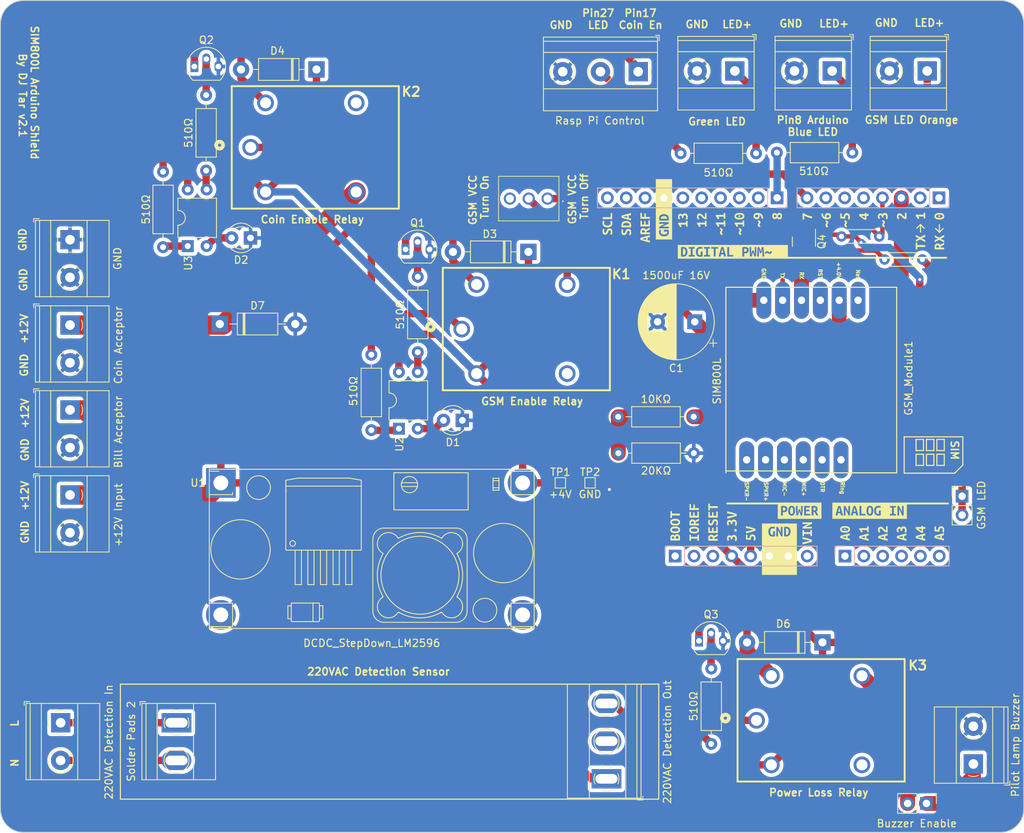
<source format=kicad_pcb>
(kicad_pcb (version 20221018) (generator pcbnew)
  (layers (0 "F.Cu" signal) (31 "B.Cu" signal) (34 "B.Paste" user) (35 "F.Paste" user) (36 "B.SilkS" user "B.Silkscreen") (37 "F.SilkS" user "F.Silkscreen") (38 "B.Mask" user) (39 "F.Mask" user) (44 "Edge.Cuts" user))
  (net 0 "")
  (net 1 "A0{slash}D14")
  (net 2 "A1{slash}D15")
  (net 3 "A2{slash}D16")
  (net 4 "A3{slash}D17")
  (net 5 "A4{slash}D18")
  (net 6 "A5{slash}D19")
  (net 7 "+5V")
  (net 8 "RESET")
  (net 9 "GND")
  (net 10 "BOOT")
  (net 11 "IOREF")
  (net 12 "+VSW")
  (net 13 "Net-(D1-A)")
  (net 14 "D9~")
  (net 15 "D10~")
  (net 16 "D11~")
  (net 17 "D12")
  (net 18 "D13")
  (net 19 "AREF")
  (net 20 "D18")
  (net 21 "D19")
  (net 22 "D0")
  (net 23 "D1")
  (net 24 "D2")
  (net 25 "D3~")
  (net 26 "D4")
  (net 27 "D5~")
  (net 28 "D6~")
  (net 29 "Net-(D2-A)")
  (net 30 "Net-(GSM_Module1-Vcc)")
  (net 31 "Net-(GSM_Module1-RXD)")
  (net 40 "+3.3V")
  (net 41 "Net-(J12-Pin_1)")
  (net 42 "GND1")
  (net 43 "Net-(D3-A)")
  (net 44 "Net-(D4-A)")
  (net 45 "GSM_TXD")
  (net 46 "Net-(D6-A)")
  (net 47 "Arduino_LED")
  (net 48 "GSM_Reset")
  (net 49 "Net-(J6-Pin_1)")
  (net 50 "+12V")
  (net 51 "Coin_Acceptor_VCC")
  (net 52 "Net-(J12-Pin_2)")
  (net 53 "Net-(J14-Pin_1)")
  (net 54 "Pilot_Lamp")
  (net 55 "Net-(J18-Pin_1)")
  (net 56 "Coin_Enable")
  (net 57 "+4V")
  (net 59 "GSM_VCC")
  (net 61 "Pilot_Lamp_Out")
  (net 62 "Net-(Q1-B)")
  (net 63 "Net-(Q2-B)")
  (net 64 "Net-(Q3-B)")
  (net 65 "Net-(R4-Pad1)")
  (net 66 "Net-(R5-Pad1)")
  (net 67 "Net-(R6-Pad2)")
  (net 68 "Net-(R7-Pad2)")
  (net 69 "Net-(J17-Pin_1)")
  (net 71 "Green_LED")
  (footprint "Package_TO_SOT_SMD:SOT-23" (layer "F.Cu") (at 183.7 65.1 -90)
    (fp_text reference "Q4")
    (fp_text value "BSS138" hide)
  )
  (footprint "Diode_THT:D_DO-41_SOD81_P10.16mm_Horizontal" (layer "F.Cu") (at 118.06 41.9 180)
    (fp_text reference "D4")
    (fp_text value "1N4007" hide)
  )
  (footprint "TerminalBlock_Phoenix:TerminalBlock_Phoenix_MKDS-1,5-2-5.08_1x02_P5.08mm_Horizontal" (layer "F.Cu") (at 84.869042 76.340427 -90)
    (fp_text reference "J9" hide)
    (fp_text value "Coin Acceptor")
  )
  (footprint "Diode_THT:D_DO-41_SOD81_P10.16mm_Horizontal" (layer "F.Cu") (at 186.2 119.1 180)
    (fp_text reference "D6")
    (fp_text value "1N4007" hide)
  )
  (footprint "Resistor_THT:R_Axial_DIN0207_L6.3mm_D2.5mm_P10.16mm_Horizontal" (layer "F.Cu") (at 103.2 45.36 -90)
    (fp_text reference "R7" hide)
    (fp_text value "510Ω")
  )
  (footprint "kibuzzard-636465A9" (layer "F.Cu") (at 174.000133 103.4452 90)
    (fp_text reference "kibuzzard-636465A9" hide)
    (fp_text value "G***" hide)
  )
  (footprint "Diode_THT:D_DO-41_SOD81_P10.16mm_Horizontal" (layer "F.Cu") (at 105.04 76.2)
    (fp_text reference "D7")
    (fp_text value "1N4007" hide)
  )
  (footprint "Package_TO_SOT_THT:TO-92_Inline" (layer "F.Cu") (at 101.96 41.5)
    (fp_text reference "Q2")
    (fp_text value "BC337" hide)
  )
  (footprint "kibuzzard-64EA153F" (layer "F.Cu") (at 184.141733 104.4064 90)
    (fp_text reference "kibuzzard-64EA153F" hide)
    (fp_text value "G***" hide)
  )
  (footprint "Resistor_THT:R_Axial_DIN0204_L3.6mm_D1.6mm_P5.08mm_Horizontal" (layer "F.Cu") (at 193.84 64.4 180)
    (fp_text reference "R3" hide)
    (fp_text value "10k, +-5%" hide)
  )
  (footprint "kibuzzard-6364669B" (layer "F.Cu") (at 194.320133 104.4358 90)
    (fp_text reference "kibuzzard-6364669B" hide)
    (fp_text value "G***" hide)
  )
  (footprint "2MS1T1B3M2QES:2MS1T1B3M2QES" (layer "F.Cu") (at 149.18 59.3 90)
    (fp_text reference "S1" hide)
    (fp_text value "+4V Enable" hide)
  )
  (footprint "kibuzzard-63659489" (layer "F.Cu") (at 199.400133 65.1594 90)
    (fp_text reference "kibuzzard-63659489" hide)
    (fp_text value "G***" hide)
  )
  (footprint "kibuzzard-63646507" (layer "F.Cu") (at 196.860133 61.6542 90)
    (fp_text reference "kibuzzard-63646507" hide)
    (fp_text value "G***" hide)
  )
  (footprint "Resistor_THT:R_Axial_DIN0207_L6.3mm_D2.5mm_P10.16mm_Horizontal" (layer "F.Cu") (at 158.711733 93.6)
    (fp_text reference "R2" hide)
    (fp_text value "20KΩ")
  )
  (footprint "TerminalBlock_Phoenix:TerminalBlock_Phoenix_MKDS-1,5-2-5.08_1x02_P5.08mm_Horizontal" (layer "F.Cu") (at 187.5 42.1 180)
    (fp_text reference "J6" hide)
    (fp_text value "Pin8 Arduino LED Blue" hide)
  )
  (footprint "kibuzzard-6364668F" (layer "F.Cu") (at 199.400133 104.4104 90)
    (fp_text reference "kibuzzard-6364668F" hide)
    (fp_text value "G***" hide)
  )
  (footprint "kibuzzard-636464C1" (layer "F.Cu") (at 184.160133 61.705 90)
    (fp_text reference "kibuzzard-636464C1" hide)
    (fp_text value "G***" hide)
  )
  (footprint "Capacitor_THT:CP_Radial_D10.0mm_P5.00mm" (layer "F.Cu") (at 169 75.9 180)
    (fp_text reference "C1")
    (fp_text value "1500uF 16V")
  )
  (footprint "Resistor_THT:R_Axial_DIN0204_L3.6mm_D1.6mm_P5.08mm_Horizontal" (layer "F.Cu") (at 194.56 67.5)
    (fp_text reference "R8" hide)
    (fp_text value "10k, +-5%" hide)
  )
  (footprint "Resistor_THT:R_Axial_DIN0207_L6.3mm_D2.5mm_P10.16mm_Horizontal" (layer "F.Cu") (at 97.4 65.84 90)
    (fp_text reference "R5" hide)
    (fp_text value "510Ω")
  )
  (footprint "G5LE-1-DC5:G5LE-1" (layer "F.Cu") (at 174.7625 135.6)
    (fp_text reference "K3")
    (fp_text value "G5LE-1-DC5" hide)
  )
  (footprint "kibuzzard-64EA16B9" (layer "F.Cu") (at 180.400933 106.54)
    (fp_text reference "kibuzzard-64EA16B9" hide)
    (fp_text value "G***" hide)
  )
  (footprint "Connector_PinHeader_2.54mm:PinHeader_1x02_P2.54mm_Vertical" (layer "F.Cu") (at 205 99.4)
    (fp_text reference "J18" hide)
    (fp_text value "GSM LED")
  )
  (footprint "Package_DIP:DIP-4_W7.62mm" (layer "F.Cu") (at 100.725 65.7 90)
    (fp_text reference "U3")
    (fp_text value "EL817" hide)
  )
  (footprint "Package_DIP:DIP-4_W7.62mm" (layer "F.Cu") (at 129.16 90.3 90)
    (fp_text reference "U2")
    (fp_text value "EL817" hide)
  )
  (footprint "kibuzzard-64EA15CB" (layer "F.Cu") (at 186.700133 62.217 90)
    (fp_text reference "kibuzzard-64EA15CB" hide)
    (fp_text value "G***" hide)
  )
  (footprint "Resistor_THT:R_Axial_DIN0207_L6.3mm_D2.5mm_P10.16mm_Horizontal" (layer "F.Cu") (at 168.851733 88.7 180)
    (fp_text reference "R1" hide)
    (fp_text value "10KΩ")
  )
  (footprint "kibuzzard-63656678" (layer "F.Cu") (at 174.130933 66.4704)
    (fp_text reference "kibuzzard-63656678" hide)
    (fp_text value "G***" hide)
  )
  (footprint "kibuzzard-63646688" (layer "F.Cu") (at 201.940133 104.4104 90)
    (fp_text reference "kibuzzard-63646688" hide)
    (fp_text value "G***" hide)
  )
  (footprint "TerminalBlock_Phoenix:TerminalBlock_Phoenix_MKDS-1,5-3-5.08_1x03_P5.08mm_Horizontal" (layer "F.Cu") (at 161.38 42.2 180)
    (fp_text reference "J20" hide)
    (fp_text value "Rasp Pi Control")
  )
  (footprint "kibuzzard-636463E3" (layer "F.Cu") (at 180.096133 61.6542 90)
    (fp_text reference "kibuzzard-636463E3" hide)
    (fp_text value "G***" hide)
  )
  (footprint "TerminalBlock_Phoenix:TerminalBlock_Phoenix_MKDS-1,5-2-5.08_1x02_P5.08mm_Horizontal" (layer "F.Cu") (at 99.205 129.925 -90)
    (fp_text reference "J12" hide)
    (fp_text value "Solder Pads 2")
  )
  (footprint "kibuzzard-64EA1739" (layer "F.Cu") (at 164.851733 60.7438 90)
    (fp_text reference "kibuzzard-64EA1739" hide)
    (fp_text value "G***" hide)
  )
  (footprint "kibuzzard-64EA162C" (layer "F.Cu") (at 167.396133 62.217 90)
    (fp_text reference "kibuzzard-64EA162C" hide)
    (fp_text value "G***" hide)
  )
  (footprint "TerminalBlock_Phoenix:TerminalBlock_Phoenix_MKDS-1,5-2-5.08_1x02_P5.08mm_Horizontal" (layer "F.Cu") (at 84.869042 99.240427 -90)
    (fp_text reference "J7" hide)
    (fp_text value "+12V Input")
  )
  (footprint "kibuzzard-63659483" (layer "F.Cu") (at 201.940133 65.1848 90)
    (fp_text reference "kibuzzard-63659483" hide)
    (fp_text value "G***" hide)
  )
  (footprint "Connector_PinHeader_2.54mm:PinHeader_1x02_P2.54mm_Vertical" (layer "F.Cu") (at 200.2 140.8 -90)
    (fp_text reference "J19" hide)
    (fp_text value "Buzzer Enable")
  )
  (footprint "kibuzzard-64EA1B1D" (layer "F.Cu") (at 177.556133 62.1916 90)
    (fp_text reference "kibuzzard-64EA1B1D" hide)
    (fp_text value "G***" hide)
  )
  (footprint "kibuzzard-64EA1AE1" (layer "F.Cu") (at 166.361733 103.3904 90)
    (fp_text reference "kibuzzard-64EA1AE1" hide)
    (fp_text value "G***" hide)
  )
  (footprint "kibuzzard-6364607A" (layer "F.Cu") (at 159.776133 62.7464 90)
    (fp_text reference "kibuzzard-6364607A" hide)
    (fp_text value "G***" hide)
  )
  (footprint "kibuzzard-6364651D" (layer "F.Cu") (at 201.940133 61.6796 90)
    (fp_text reference "kibuzzard-6364651D" hide)
    (fp_text value "G***" hide)
  )
  (footprint "kibuzzard-63646605" (layer "F.Cu") (at 176.540133 104.4104 90)
    (fp_text reference "kibuzzard-63646605" hide)
    (fp_text value "G***" hide)
  )
  (footprint "TerminalBlock_Phoenix:TerminalBlock_Phoenix_MKDS-1,5-2-5.08_1x02_P5.08mm_Horizontal" (layer "F.Cu") (at 83.605 129.925 -90)
    (fp_text reference "J16" hide)
    (fp_text value "220VAC Detection In")
  )
  (footprint "G5LE-1-DC5:G5LE-1" (layer "F.Cu") (at 135.07 82.88)
    (fp_text reference "K1")
    (fp_text value "G5LE-1-DC5" hide)
  )
  (footprint "kibuzzard-636463C7" (layer "F.Cu") (at 175.014933 62.721 90)
    (fp_text reference "kibuzzard-636463C7" hide)
    (fp_text value "G***" hide)
  )
  (footprint "kibuzzard-6364657A" (layer "F.Cu") (at 168.920133 102.9372 90)
    (fp_text reference "kibuzzard-6364657A" hide)
    (fp_text value "G***" hide)
  )
  (footprint "kibuzzard-64EA1511" (layer "F.Cu") (at 189.240133 104.4104 90)
    (fp_text reference "kibuzzard-64EA1511" hide)
    (fp_text value "G***" hide)
  )
  (footprint "Resistor_THT:R_Axial_DIN0207_L6.3mm_D2.5mm_P10.16mm_Horizontal" (layer "F.Cu") (at 171.22 122.62 -90)
    (fp_text reference "R9" hide)
    (fp_text value "510Ω")
  )
  (footprint "TerminalBlock_Phoenix:TerminalBlock_Phoenix_MKDS-1,5-2-5.08_1x02_P5.08mm_Horizontal" (layer "F.Cu") (at 200.3 42.1 180)
    (fp_text reference "J3" hide)
    (fp_text value "GSM LED Orange")
  )
  (footprint "TerminalBlock_Phoenix:TerminalBlock_Phoenix_MKDS-1,5-2-5.08_1x02_P5.08mm_Horizontal" (layer "F.Cu") (at 174.4 42.105 180)
    (fp_text reference "J14" hide)
    (fp_text value "Pin17 Rasp Pi LED Green" hide)
  )
  (footprint "Resistor_THT:R_Axial_DIN0207_L6.3mm_D2.5mm_P10.16mm_Horizontal" (layer "F.Cu") (at 125.445 90.5 90)
    (fp_text reference "R4" hide)
    (fp_text value "510Ω")
  )
  (footprint "kibuzzard-63646593" (layer "F.Cu") (at 171.460133 102.9022 90)
    (fp_text reference "kibuzzard-63646593" hide)
    (fp_text value "G***" hide)
  )
  (footprint "kibuzzard-63646671" (layer "F.Cu") (at 191.780133 104.4358 90)
    (fp_text reference "kibuzzard-63646671" hide)
    (fp_text value "G***" hide)
  )
  (footprint "kibuzzard-63646512" (layer "F.Cu") (at 199.400133 61.6288 90)
    (fp_text reference "kibuzzard-63646512" hide)
    (fp_text value "G***" hide)
  )
  (footprint "TestPoint:TestPoint_Pad_1.0x1.0mm" (layer "F.Cu") (at 154.9 97.6)
    (fp_text reference "TP2")
    (fp_text value "GND")
  )
  (footprint "Package_TO_SOT_THT:TO-92_Inline" (layer "F.Cu") (at 130.405 66.14)
    (fp_text reference "Q1")
    (fp_text value "BC337" hide)
  )
  (footprint "LED_THT:LED_D3.0mm" (layer "F.Cu") (at 109.175 64.6 180)
    (fp_text reference "D2")
    (fp_text value "LED" hide)
  )
  (footprint "kibuzzard-64EA1767" (layer "F.Cu") (at 194.320133 62.1916 90)
    (fp_text reference "kibuzzard-64EA1767" hide)
    (fp_text value "G***" hide)
  )
  (footprint "TerminalBlock_Phoenix:TerminalBlock_Phoenix_MKDS-1,5-2-5.08_1x02_P5.08mm_Horizontal" (layer "F.Cu") (at 84.869042 87.775427 -90)
    (fp_text reference "J8" hide)
    (fp_text value "Bill Acceptor")
  )
  (footprint "Resistor_THT:R_Axial_DIN0207_L6.3mm_D2.5mm_P10.16mm_Horizontal" (layer "F.Cu") (at 177.26 53.2 180)
    (fp_text reference "R12" hide)
    (fp_text value "510Ω")
  )
  (footprint "TerminalBlock_Phoenix:TerminalBlock_Phoenix_MKDS-1,5-2-5.08_1x02_P5.08mm_Horizontal" (layer "F.Cu") (at 206.52 135.48 90)
    (fp_text reference "J15" hide)
    (fp_text value "Pilot Lamp Buzzer")
  )
  (footprint "SIM800L_module:SIM800L" (layer "F.Cu") (at 184.691733 83.75 -90)
    (fp_text reference "GSM_Module1")
    (fp_text value "SIM800L")
  )
  (footprint "kibuzzard-636463B1" (layer "F.Cu") (at 172.476133 62.721 90)
    (fp_text reference "kibuzzard-636463B1" hide)
    (fp_text value "G***" hide)
  )
  (footprint "Diode_THT:D_DO-41_SOD81_P10.16mm_Horizontal" (layer "F.Cu") (at 146.6 66.48 180)
    (fp_text reference "D3")
    (fp_text value "1N4007" hide)
  )
  (footprint "kibuzzard-636466AF" (layer "F.Cu") (at 192.545933 101.358)
    (fp_text reference "kibuzzard-636466AF" hide)
    (fp_text value "G***" hide)
  )
  (footprint "kibuzzard-63646358" (layer "F.Cu") (at 183.122533 101.358)
    (fp_text reference "kibuzzard-63646358" hide)
    (fp_text value "G***" hide)
  )
  (footprint "LM2596_Module:YAAJ_DCDC_StepDown_LM2596" (layer "F.Cu") (at 105.18 97.61)
    (fp_text reference "U1")
    (fp_text value "DCDC_StepDown_LM2596")
  )
  (footprint "LED_THT:LED_D3.0mm" (layer "F.Cu") (at 137.7 89.18 180)
    (fp_text reference "D1")
    (fp_text value "LED" hide)
  )
  (footprint "kibuzzard-64EA1B42" (layer "F.Cu") (at 162.311733 63.233 90)
    (fp_text reference "kibuzzard-64EA1B42" hide)
    (fp_text value "G***" hide)
  )
  (footprint "kibuzzard-636462BB" (layer "F.Cu") (at 169.936133 62.1876 90)
    (fp_text reference "kibuzzard-636462BB" hide)
    (fp_text value "G***" hide)
  )
  (footprint "Resistor_THT:R_Axial_DIN0207_L6.3mm_D2.5mm_P10.16mm_Horizontal" (layer "F.Cu") (at 131.7 69.84 -90)
    (fp_text reference "R6" hide)
    (fp_text value "510Ω")
  )
  (footprint "TestPoint:TestPoint_Pad_1.0x1.0mm" (layer "F.Cu") (at 150.9 97.6)
    (fp_text reference "TP1")
    (fp_text value "+4V")
  )
  (footprint "Resistor_THT:R_Axial_DIN0207_L6.3mm_D2.5mm_P10.16mm_Horizontal" (layer "F.Cu") (at 190.215 53.105 180)
    (fp_text reference "R11" hide)
    (fp_text value "510Ω")
  )
  (footprint "kibuzzard-64EA177C" (layer "F.Cu") (at 189.240133 62.217 90)
    (fp_text reference "kibuzzard-64EA177C" hide)
    (fp_text value "G***" hide)
  )
  (footprint "kibuzzard-63646694" (layer "F.Cu") (at 196.860133 104.4358 90)
    (fp_text reference "kibuzzard-63646694" hide)
    (fp_text value "G***" hide)
  )
  (footprint "TerminalBlock_Phoenix:TerminalBlock_Phoenix_MKDS-1,5-2-5.08_1x02_P5.08mm_Horizontal" (layer "F.Cu") (at 84.869042 64.840427 -90)
    (fp_text reference "J13" hide)
    (fp_text value "GND")
  )
  (footprint "kibuzzard-63646068" (layer "F.Cu") (at 157.236133 62.721 90)
    (fp_text reference "kibuzzard-63646068" hide)
    (fp_text value "G***" hide)
  )
  (footprint "kibuzzard-636464E7" (layer "F.Cu") (at 191.780133 61.705 90)
    (fp_text reference "kibuzzard-636464E7" hide)
    (fp_text value "G***" hide)
  )
  (footprint "Package_TO_SOT_THT:TO-92_Inline" (layer "F.Cu") (at 169.92 118.9)
    (fp_text reference "Q3")
    (fp_text value "BC337" hide)
  )
  (footprint "TerminalBlock_Phoenix:TerminalBlock_Phoenix_MKDS-1,5-3-5.08_1x03_P5.08mm_Horizontal" (layer "F.Cu") (at 157.105 137.485 90)
    (fp_text reference "J17" hide)
    (fp_text value "220VAC Detection Out")
  )
  (footprint "G5LE-1-DC5:G5LE-1" (layer "F.Cu") (at 106.65 58.4)
    (fp_text reference "K2")
    (fp_text value "G5LE-1-DC5" hide)
  )
  (footprint "Connector_PinHeader_2.54mm:PinHeader_1x08_P2.54mm_Vertical" (layer "B.Cu") (at 166.361733 107.465 -90)
    (fp_text reference "J1")
    (fp_text value "POWER1")
  )
  (footprint "Connector_PinHeader_2.54mm:PinHeader_1x10_P2.54mm_Vertical" (layer "B.Cu") (at 180.091733 59.2 90)
    (fp_text reference "J4")
    (fp_text value "DIGITAL2")
  )
  (footprint "Connector_PinHeader_2.54mm:PinHeader_1x06_P2.54mm_Vertical" (layer "B.Cu") (at 189.226733 107.465 -90)
    (fp_text reference "J2")
    (fp_text value "ANALOG")
  )
  (footprint "Connector_PinHeader_2.54mm:PinHeader_1x08_P2.54mm_Vertical" (layer "B.Cu") (at 201.891733 59.2 90)
    (fp_text reference "J5")
    (fp_text value "DIGITAL1")
  )
  (gr_line (start 181.496933 100.3866) (end 173.362933 100.3866) (stroke (width 0.25)) (layer "F.SilkS"))
  (gr_line (start 201.940133 63.8386) (end 202.448133 63.3306) (stroke (width 0.15)) (layer "F.SilkS"))
  (gr_line (start 201.2 93.75) (end 200.2 93.75) (stroke (width 0.15)) (layer "F.SilkS"))
  (gr_line (start 199.400133 62.7972) (end 198.892133 63.3052) (stroke (width 0.15)) (layer "F.SilkS"))
  (gr_line (start 205.1 91.4) (end 205.1 95.2) (stroke (width 0.15)) (layer "F.SilkS"))
  (gr_line (start 181.162933 67.2716) (end 202.862933 67.2716) (stroke (width 0.25)) (layer "F.SilkS"))
  (gr_line (start 201.2 91.75) (end 200.2 91.75) (stroke (width 0.15)) (layer "F.SilkS"))
  (gr_line (start 202.6 93.25) (end 202.6 91.75) (stroke (width 0.15)) (layer "F.SilkS"))
  (gr_line (start 201.2 95.25) (end 201.2 93.75) (stroke (width 0.15)) (layer "F.SilkS"))
  (gr_line (start 201.940133 63.8386) (end 201.432133 63.3306) (stroke (width 0.15)) (layer "F.SilkS"))
  (gr_line (start 200.2 93.75) (end 200.2 95.25) (stroke (width 0.15)) (layer "F.SilkS"))
  (gr_line (start 199.400133 63.8132) (end 199.400133 62.7972) (stroke (width 0.15)) (layer "F.SilkS"))
  (gr_line (start 197.2 96.3) (end 197.2 91.4) (stroke (width 0.15)) (layer "F.SilkS"))
  (gr_line (start 200.2 91.75) (end 200.2 93.25) (stroke (width 0.15)) (layer "F.SilkS"))
  (gr_line (start 196.422933 100.3866) (end 203.102933 100.3866) (stroke (width 0.25)) (layer "F.SilkS"))
  (gr_line (start 202.6 93.75) (end 201.6 93.75) (stroke (width 0.15)) (layer "F.SilkS"))
  (gr_line (start 201.6 93.75) (end 201.6 95.25) (stroke (width 0.15)) (layer "F.SilkS"))
  (gr_line (start 200.2 93.25) (end 201.2 93.25) (stroke (width 0.15)) (layer "F.SilkS"))
  (gr_line (start 197.2 91.4) (end 205.1 91.4) (stroke (width 0.15)) (layer "F.SilkS"))
  (gr_line (start 202.6 95.25) (end 202.6 93.75) (stroke (width 0.15)) (layer "F.SilkS"))
  (gr_line (start 204 96.3) (end 197.2 96.3) (stroke (width 0.15)) (layer "F.SilkS"))
  (gr_line (start 199.8 93.75) (end 198.8 93.75) (stroke (width 0.15)) (layer "F.SilkS"))
  (gr_line (start 201.6 93.25) (end 202.6 93.25) (stroke (width 0.15)) (layer "F.SilkS"))
  (gr_line (start 199.8 93.25) (end 199.8 91.75) (stroke (width 0.15)) (layer "F.SilkS"))
  (gr_line (start 205.1 95.2) (end 204 96.3) (stroke (width 0.15)) (layer "F.SilkS"))
  (gr_line (start 199.8 95.25) (end 199.8 93.75) (stroke (width 0.15)) (layer "F.SilkS"))
  (gr_line (start 201.6 95.25) (end 202.6 95.25) (stroke (width 0.15)) (layer "F.SilkS"))
  (gr_line (start 198.8 95.25) (end 199.8 95.25) (stroke (width 0.15)) (layer "F.SilkS"))
  (gr_line (start 202.6 91.75) (end 201.6 91.75) (stroke (width 0.15)) (layer "F.SilkS"))
  (gr_line (start 198.8 93.75) (end 198.8 95.25) (stroke (width 0.15)) (layer "F.SilkS"))
  (gr_line (start 201.2 93.25) (end 201.2 91.75) (stroke (width 0.15)) (layer "F.SilkS"))
  (gr_line (start 201.6 91.75) (end 201.6 93.25) (stroke (width 0.15)) (layer "F.SilkS"))
  (gr_rect (start 91.655 124.725) (end 164.155 140.225) (stroke (width 0.15)) (fill none) (layer "F.SilkS"))
  (gr_line (start 198.8 93.25) (end 199.8 93.25) (stroke (width 0.15)) (layer "F.SilkS"))
  (gr_line (start 199.8 91.75) (end 198.8 91.75) (stroke (width 0.15)) (layer "F.SilkS"))
  (gr_line (start 201.940133 62.8226) (end 201.940133 63.8386) (stroke (width 0.15)) (layer "F.SilkS"))
  (gr_line (start 200.2 95.25) (end 201.2 95.25) (stroke (width 0.15)) (layer "F.SilkS"))
  (gr_line (start 198.8 91.75) (end 198.8 93.25) (stroke (width 0.15)) (layer "F.SilkS"))
  (gr_line (start 199.400133 62.7972) (end 199.908133 63.3052) (stroke (width 0.15)) (layer "F.SilkS"))
  (gr_arc (start 213.3 141.607969) (mid 212.394365 143.794365) (end 210.207969 144.7) (stroke (width 0.12)) (layer "Edge.Cuts"))
  (gr_arc (start 78.592031 144.7) (mid 76.405635 143.794365) (end 75.5 141.607969) (stroke (width 0.12)) (layer "Edge.Cuts"))
  (gr_arc (start 75.5 35.7) (mid 76.403984 33.50962) (end 78.592031 32.6) (stroke (width 0.12)) (layer "Edge.Cuts"))
  (gr_line (start 75.5 141.607969) (end 75.5 35.7) (stroke (width 0.12)) (layer "Edge.Cuts"))
  (gr_line (start 213.3 35.7) (end 213.3 141.607969) (stroke (width 0.12)) (layer "Edge.Cuts"))
  (gr_line (start 210.207969 144.7) (end 78.592031 144.7) (stroke (width 0.12)) (layer "Edge.Cuts"))
  (gr_line (start 78.592031 32.6) (end 210.207969 32.6) (stroke (width 0.12)) (layer "Edge.Cuts"))
  (gr_arc (start 210.207969 32.6) (mid 212.396016 33.509619) (end 213.3 35.7) (stroke (width 0.12)) (layer "Edge.Cuts"))
  (gr_text "GND" (at 181.955 36.305) (layer "F.SilkS") (effects (font (size 1 1) (thickness 0.2) bold) (justify bottom)))
  (gr_text "DTR" (at 185.891733 97.4 270) (layer "F.SilkS") (effects (font (size 0.5 0.5) (thickness 0.125)) (justify left bottom)))
  (gr_text "GND" (at 169.3 36.4) (layer "F.SilkS") (effects (font (size 1 1) (thickness 0.2) bold) (justify bottom)))
  (gr_text "GND" (at 79.377309 93.140427 90) (layer "F.SilkS") (effects (font (size 1 1) (thickness 0.2) bold) (justify bottom)))
  (gr_text "RST" (at 185.591733 68.7 270) (layer "F.SilkS") (effects (font (size 0.5 0.5) (thickness 0.125)) (justify left bottom)))
  (gr_text "N" (at 78.005 135.325 90) (layer "F.SilkS") (effects (font (size 1 1) (thickness 0.2) bold) (justify bottom)))
  (gr_text "RX" (at 183.091733 69.1 270) (layer "F.SilkS") (effects (font (size 0.5 0.5) (thickness 0.125)) (justify left bottom)))
  (gr_text "+12V" (at 79.377309 88.240427 90) (layer "F.SilkS") (effects (font (size 1 1) (thickness 0.2) bold) (justify bottom)))
  (gr_text "Power Loss Relay" (at 185.695 139.915) (layer "F.SilkS") (effects (font (size 1 1) (thickness 0.2) bold) (justify bottom)))
  (gr_text "GSM Enable Relay" (at 147.1 87.2) (layer "F.SilkS") (effects (font (size 1 1) (thickness 0.2) bold) (justify bottom)))
  (gr_text "SIM800L Arduino Shield \nBy DJ Tar v2.1" (at 77.9 45.4 -90) (layer "F.SilkS") (effects (font (size 1 1) (thickness 0.2) bold) (justify bottom)))
  (gr_text "Coin Enable Relay" (at 117.5 62.7) (layer "F.SilkS") (effects (font (size 1 1) (thickness 0.2) bold) (justify bottom)))
  (gr_text "GND" (at 79.377309 104.240427 90) (layer "F.SilkS") (effects (font (size 1 1) (thickness 0.2) bold) (justify bottom)))
  (gr_text "GND" (at 151 36.5) (layer "F.SilkS") (effects (font (size 1 1) (thickness 0.2) bold) (justify bottom)))
  (gr_text "GSM VCC \nTurn Off" (at 154.7 59 90) (layer "F.SilkS") (effects (font (size 1 1) (thickness 0.2) bold) (justify bottom)))
  (gr_text "+12V" (at 79.377309 99.340427 90) (layer "F.SilkS") (effects (font (size 1 1) (thickness 0.2) bold) (justify bottom)))
  (gr_text "GND" (at 79.177309 70.240427 90) (layer "F.SilkS") (effects (font (size 1 1) (thickness 0.2) bold) (justify bottom)))
  (gr_text "GND" (at 79.277309 81.740427 90) (layer "F.SilkS") (effects (font (size 1 1) (thickness 0.2) bold) (justify bottom)))
  (gr_text "+12V" (at 79.277309 76.840427 90) (layer "F.SilkS") (effects (font (size 1 1) (thickness 0.2) bold) (justify bottom)))
  (gr_text "Pin8 Arduino\nBlue LED" (at 184.9 50.905) (layer "F.SilkS") (effects (font (size 1 1) (thickness 0.2) bold) (justify bottom)))
  (gr_text "Pin27\nLED" (at 156 36.5) (layer "F.SilkS") (effects (font (size 1 1) (thickness 0.2) bold) (justify bottom)))
  (gr_text "LED+" (at 174.7 36.4) (layer "F.SilkS") (effects (font (size 1 1) (thickness 0.2) bold) (justify bottom)))
  (gr_text "SPKR+" (at 178.291733 97.4 270) (layer "F.SilkS") (effects (font (size 0.5 0.5) (thickness 0.125)) (justify left bottom)))
  (gr_text "LED+" (at 187.755 36.305) (layer "F.SilkS") (effects (font (size 1 1) (thickness 0.2) bold) (justify bottom)))
  (gr_text "+4.0V" (at 188.091733 67.8 270) (layer "F.SilkS") (effects (font (size 0.5 0.5) (thickness 0.125)) (justify left bottom)))
  (gr_text "L" (at 78.005 130.025 90) (layer "F.SilkS") (effects (font (size 1 1) (thickness 0.2) bold) (justify bottom)))
  (gr_text "SPKR-" (at 175.691733 97.4 270) (layer "F.SilkS") (effects (font (size 0.5 0.5) (thickness 0.125)) (justify left bottom)))
  (gr_text "GND" (at 79.077309 64.840427 90) (layer "F.SilkS") (effects (font (size 1 1) (thickness 0.2) bold) (justify bottom)))
  (gr_text "MIC+" (at 183.391733 97.4 270) (layer "F.SilkS") (effects (font (size 0.5 0.5) (thickness 0.125)) (justify left bottom)))
  (gr_text "Ring" (at 188.591733 97.4 270) (layer "F.SilkS") (effects (font (size 0.5 0.5) (thickness 0.125)) (justify left bottom)))
  (gr_text "Pin17\nCoin En" (at 161.7 36.5) (layer "F.SilkS") (effects (font (size 1 1) (thickness 0.2) bold) (justify bottom)))
  (gr_text "SIM" (at 203.4 93.2 -90) (layer "F.SilkS") (effects (font (size 1 1) (thickness 0.2) bold) (justify bottom)))
  (gr_text "Green LED" (at 172 49.5) (layer "F.SilkS") (effects (font (size 1 1) (thickness 0.2) bold) (justify bottom)))
  (gr_text "TX" (at 180.491733 69.2 270) (layer "F.SilkS") (effects (font (size 0.5 0.5) (thickness 0.125)) (justify left bottom)))
  (gr_text "GND" (at 177.991733 68.6 -90) (layer "F.SilkS") (effects (font (size 0.5 0.5) (thickness 0.125)) (justify left bottom)))
  (gr_text "MIC-" (at 180.791733 97.4 270) (layer "F.SilkS") (effects (font (size 0.5 0.5) (thickness 0.125)) (justify left bottom)))
  (gr_text "GSM VCC \nTurn On" (at 141.3 59.1 90) (layer "F.SilkS") (effects (font (size 1 1) (thickness 0.2) bold) (justify bottom)))
  (gr_text "LED+" (at 200.6 36.2) (layer "F.SilkS") (effects (font (size 1 1) (thickness 0.2) bold) (justify bottom)))
  (gr_text "GND" (at 194.8 36.2) (layer "F.SilkS") (effects (font (size 1 1) (thickness 0.2) bold) (justify bottom)))
  (gr_text "Net" (at 190.691733 68.8 -90) (layer "F.SilkS") (effects (font (size 0.5 0.5) (thickness 0.125)) (justify left bottom)))
  (gr_text "220VAC Detection Sensor" (at 126.405 123.625) (layer "F.SilkS") (effects (font (size 1 1) (thickness 0.2) bold) (justify bottom)))
  (segment (start 173.9 90.6) (end 193.4 90.6) (width 1) (layer "F.Cu") (net 7))
  (segment (start 176.521733 107.465) (end 176.521733 102.721733) (width 1) (layer "F.Cu") (net 7))
  (segment (start 193.4 90.6) (end 199.3 84.7) (width 1) (layer "F.Cu") (net 7))
  (segment (start 199.3 84.7) (end 199.3 70.2) (width 1) (layer "F.Cu") (net 7))
  (segment (start 191.4 65.2) (end 190.6 64.4) (width 0.6) (layer "F.Cu") (net 7))
  (segment (start 172.3 92.2) (end 173.9 90.6) (width 1) (layer "F.Cu") (net 7))
  (segment (start 190.6 64.4) (end 188.76 64.4) (width 0.6) (layer "F.Cu") (net 7))
  (segment (start 199.3 70.2) (end 199.3 70.3) (width 1) (layer "F.Cu") (net 7))
  (segment (start 184.65 64.1625) (end 188.5225 64.1625) (width 0.6) (layer "F.Cu") (net 7))
  (segment (start 176.521733 102.721733) (end 172.3 98.5) (width 1) (layer "F.Cu") (net 7))
  (segment (start 172.3 98.5) (end 172.3 92.2) (width 1) (layer "F.Cu") (net 7))
  (segment (start 188.5225 64.1625) (end 188.76 64.4) (width 0.6) (layer "F.Cu") (net 7))
  (via (at 191.4 65.2) (size 0.8) (drill 0.4) (layers "F.Cu" "B.Cu") (net 7))
  (via (at 199.3 70.2) (size 0.8) (drill 0.4) (layers "F.Cu" "B.Cu") (net 7))
  (segment (start 192.1 65.9) (end 195.2 65.9) (width 1) (layer "B.Cu") (net 7))
  (segment (start 195.2 65.9) (end 199.3 70) (width 1) (layer "B.Cu") (net 7))
  (segment (start 199.3 70) (end 199.3 70.2) (width 1) (layer "B.Cu") (net 7))
  (segment (start 191.4 65.2) (end 192.1 65.9) (width 1) (layer "B.Cu") (net 7))
  (segment (start 156.6 97.6) (end 157.5 98.5) (width 1) (layer "F.Cu") (net 9))
  (segment (start 154.9 97.6) (end 156.6 97.6) (width 1) (layer "F.Cu") (net 9))
  (via (at 157.5 98.5) (size 0.8) (drill 0.4) (layers "F.Cu" "B.Cu") (net 9))
  (segment (start 131.7 90.3) (end 134.04 90.3) (width 1) (layer "F.Cu") (net 13))
  (segment (start 134.04 90.3) (end 135.16 89.18) (width 1) (layer "F.Cu") (net 13))
  (segment (start 191.991733 88.7) (end 168.851733 88.7) (width 2) (layer "F.Cu") (net 24))
  (segment (start 196.811733 83.88) (end 191.991733 88.7) (width 2) (layer "F.Cu") (net 24))
  (segment (start 196.811733 59.2) (end 196.811733 83.88) (width 2) (layer "F.Cu") (net 24))
  (segment (start 194.271733 63.968267) (end 193.84 64.4) (width 0.6) (layer "F.Cu") (net 25))
  (segment (start 184.1 62.2) (end 191.64 62.2) (width 0.6) (layer "F.Cu") (net 25))
  (segment (start 182.75 63.55) (end 184.1 62.2) (width 0.6) (layer "F.Cu") (net 25))
  (segment (start 182.75 64.1625) (end 182.75 63.55) (width 0.6) (layer "F.Cu") (net 25))
  (segment (start 194.271733 59.2) (end 194.271733 63.968267) (width 0.6) (layer "F.Cu") (net 25))
  (segment (start 191.64 62.2) (end 193.84 64.4) (width 0.6) (layer "F.Cu") (net 25))
  (segment (start 106.635 64.6) (end 104.365 64.6) (width 1) (layer "F.Cu") (net 29))
  (segment (start 104.365 64.6) (end 103.265 65.7) (width 1) (layer "F.Cu") (net 29))
  (segment (start 188.451733 76.84) (end 185.491733 79.8) (width 2) (layer "F.Cu") (net 30))
  (segment (start 172.9 79.8) (end 169 75.9) (width 2) (layer "F.Cu") (net 30))
  (segment (start 149.18 59.3) (end 152.4 59.3) (width 1) (layer "F.Cu") (net 30))
  (segment (start 188.451733 73) (end 188.451733 76.84) (width 2) (layer "F.Cu") (net 30))
  (segment (start 152.4 59.3) (end 169 75.9) (width 1) (layer "F.Cu") (net 30))
  (segment (start 185.491733 79.8) (end 172.9 79.8) (width 2) (layer "F.Cu") (net 30))
  (segment (start 193.991733 70.2) (end 193.991733 80.5) (width 2) (layer "F.Cu") (net 31))
  (segment (start 185.191733 68.4) (end 192.191733 68.4) (width 2) (layer "F.Cu") (net 31))
  (segment (start 183.371733 73) (end 183.371733 70.22) (width 2) (layer "F.Cu") (net 31))
  (segment (start 158.711733 88.72) (end 158.691733 88.7) (width 2) (layer "F.Cu") (net 31))
  (segment (start 193.991733 80.5) (end 189.491733 85) (width 2) (layer "F.Cu") (net 31))
  (segment (start 183.371733 70.22) (end 185.191733 68.4) (width 2) (layer "F.Cu") (net 31))
  (segment (start 167.491733 85) (end 163.791733 88.7) (width 2) (layer "F.Cu") (net 31))
  (segment (start 158.711733 93.6) (end 158.711733 88.72) (width 2) (layer "F.Cu") (net 31))
  (segment (start 163.791733 88.7) (end 158.691733 88.7) (width 2) (layer "F.Cu") (net 31))
  (segment (start 192.191733 68.4) (end 193.991733 70.2) (width 2) (layer "F.Cu") (net 31))
  (segment (start 189.491733 85) (end 167.491733 85) (width 2) (layer "F.Cu") (net 31))
  (segment (start 118.06 51.54) (end 118.06 41.9) (width 1) (layer "F.Cu") (net 40))
  (segment (start 194.5 119.1) (end 186.2 119.1) (width 1) (layer "F.Cu") (net 40))
  (segment (start 139.62 82.88) (end 150.24 93.5) (width 1) (layer "F.Cu") (net 40))
  (segment (start 201.4 112.2) (end 194.5 119.1) (width 1) (layer "F.Cu") (net 40))
  (segment (start 157.5 96.3) (end 154.7 93.5) (width 1) (layer "F.Cu") (net 40))
  (segment (start 179.3125 135.6) (end 166.3 135.6) (width 1) (layer "F.Cu") (net 40))
  (segment (start 111.2 58.4) (end 118.06 51.54) (width 1) (layer "F.Cu") (net 40))
  (segment (start 129.16 82.68) (end 129.16 78.92) (width 1) (layer "F.Cu") (net 40))
  (segment (start 179.3125 135.6) (end 186.2 128.7125) (width 1) (layer "F.Cu") (net 40))
  (segment (start 101.9 53.8) (end 100.725 54.975) (width 1) (layer "F.Cu") (net 40))
  (segment (start 146.6 66.48) (end 146.6 75.9) (width 1) (layer "F.Cu") (net 40))
  (segment (start 146.6 75.9) (end 139.62 82.88) (width 1) (layer "F.Cu") (net 40))
  (segment (start 106.6 53.8) (end 101.9 53.8) (width 1) (layer "F.Cu") (net 40))
  (segment (start 129.16 78.92) (end 130.5 77.58) (width 1) (layer "F.Cu") (net 40))
  (segment (start 201.4 69.26) (end 199.64 67.5) (width 1) (layer "F.Cu") (net 40))
  (segment (start 186.2 119.1) (end 185.616733 119.1) (width 1) (layer "F.Cu") (net 40))
  (segment (start 130.5 77.58) (end 134.3 77.58) (width 1) (layer "F.Cu") (net 40))
  (segment (start 204.3 109.2) (end 204.3 105.3) (width 1) (layer "F.Cu") (net 40))
  (segment (start 135 78.28) (end 135.02 78.28) (width 1) (layer "F.Cu") (net 40))
  (segment (start 100.725 54.975) (end 100.725 58.08) (width 1) (layer "F.Cu") (net 40))
  (segment (start 186.2 128.7125) (end 186.2 119.1) (width 1) (layer "F.Cu") (net 40))
  (segment (start 111.2 58.4) (end 106.6 53.8) (width 1) (layer "F.Cu") (net 40))
  (segment (start 158.025 127.325) (end 157.105 127.325) (width 1) (layer "F.Cu") (net 40))
  (segment (start 185.616733 119.1) (end 173.981733 107.465) (width 1) (layer "F.Cu") (net 40))
  (segment (start 162.816733 96.3) (end 157.5 96.3) (width 1) (layer "F.Cu") (net 40))
  (segment (start 150.24 93.5) (end 154.7 93.5) (width 1) (layer "F.Cu") (net 40))
  (segment (start 201.4 112.1) (end 201.4 112.2) (width 1) (layer "F.Cu") (net 40))
  (segment (start 166.3 135.6) (end 158.025 127.325) (width 1) (layer "F.Cu") (net 40))
  (segment (start 204.3 109.2) (end 201.4 112.1) (width 1) (layer "F.Cu") (net 40))
  (segment (start 201.4 102.4) (end 201.4 69.26) (width 1) (layer "F.Cu") (net 40))
  (segment (start 173.981733 107.465) (end 162.816733 96.3) (width 1) (layer "F.Cu") (net 40))
  (segment (start 134.3 77.58) (end 135 78.28) (width 1) (layer "F.Cu") (net 40))
  (segment (start 204.3 105.3) (end 201.4 102.4) (width 1) (layer "F.Cu") (net 40))
  (segment (start 135.02 78.28) (end 139.62 82.88) (width 1) (layer "F.Cu") (net 40))
  (segment (start 115.14 58.4) (end 139.62 82.88) (width 1) (layer "B.Cu") (net 40))
  (segment (start 111.2 58.4) (end 115.14 58.4) (width 1) (layer "B.Cu") (net 40))
  (segment (start 83.605 129.925) (end 99.205 129.925) (width 1) (layer "F.Cu") (net 41))
  (segment (start 168.291733 69.4) (end 164.851733 65.96) (width 2) (layer "F.Cu") (net 42))
  (segment (start 171.891733 73) (end 168.291733 69.4) (width 2) (layer "F.Cu") (net 42))
  (segment (start 178.291733 73) (end 171.891733 73) (width 2) (layer "F.Cu") (net 42))
  (segment (start 164.851733 65.96) (end 164.851733 59.2) (width 2) (layer "F.Cu") (net 42))
  (segment (start 130.055 66.14) (end 130.055 64.245) (width 1) (layer "F.Cu") (net 43))
  (segment (start 135.3 63.2) (end 136.44 64.34) (width 1) (layer "F.Cu") (net 43))
  (segment (start 136.44 64.34) (end 136.44 66.48) (width 1) (layer "F.Cu") (net 43))
  (segment (start 136.44 67.7) (end 139.62 70.88) (width 1) (layer "F.Cu") (net 43))
  (segment (start 136.44 66.48) (end 136.44 67.7) (width 1) (layer "F.Cu") (net 43))
  (segment (start 131.1 63.2) (end 135.3 63.2) (width 1) (layer "F.Cu") (net 43))
  (segment (start 130.055 64.245) (end 131.1 63.2) (width 1) (layer "F.Cu") (net 43))
  (segment (start 107.9 39.7) (end 106.6 38.4) (width 1) (layer "F.Cu") (net 44))
  (segment (start 107.9 41.9) (end 107.9 39.7) (width 1) (layer "F.Cu") (net 44))
  (segment (start 106.6 38.4) (end 102.9 38.4) (width 1) (layer "F.Cu") (net 44))
  (segment (start 107.9 43.1) (end 111.2 46.4) (width 1) (layer "F.Cu") (net 44))
  (segment (start 102.9 38.4) (end 101.61 39.69) (width 1) (layer "F.Cu") (net 44))
  (segment (start 101.61 39.69) (end 101.61 41.5) (width 1) (layer "F.Cu") (net 44))
  (segment (start 107.9 41.9) (end 107.9 43.1) (width 1) (layer "F.Cu") (net 44))
  (segment (start 180.831733 69.568267) (end 180.831733 73) (width 0.6) (layer "F.Cu") (net 45))
  (segment (start 183.7 66.0375) (end 183.9625 66.3) (width 0.6) (layer "F.Cu") (net 45))
  (segment (start 183.7 66.7) (end 180.831733 69.568267) (width 0.6) (layer "F.Cu") (net 45))
  (segment (start 183.7 66.0375) (end 183.7 66.7) (width 0.6) (layer "F.Cu") (net 45))
  (segment (start 193.36 66.3) (end 194.56 67.5) (width 0.6) (layer "F.Cu") (net 45))
  (segment (start 183.9625 66.3) (end 193.36 66.3) (width 0.6) (layer "F.Cu") (net 45))
  (segment (start 169.57 118.9) (end 169.57 116.83) (width 1) (layer "F.Cu") (net 46))
  (segment (start 169.57 116.83) (end 170.9 115.5) (width 1) (layer "F.Cu") (net 46))
  (segment (start 176.04 117.34) (end 176.04 119.1) (width 1) (layer "F.Cu") (net 46))
  (segment (start 174.2 115.5) (end 176.04 117.34) (width 1) (layer "F.Cu") (net 46))
  (segment (start 176.04 120.3275) (end 179.3125 123.6) (width 2) (layer "F.Cu") (net 46))
  (segment (start 176.04 119.1) (end 176.04 120.3275) (width 2) (layer "F.Cu") (net 46))
  (segment (start 170.9 115.5) (end 174.2 115.5) (width 1) (layer "F.Cu") (net 46))
  (segment (start 180.091733 59.2) (end 180.091733 53.141733) (width 1) (layer "B.Cu") (net 47))
  (segment (start 180.091733 53.141733) (end 180.055 53.105) (width 1) (layer "B.Cu") (net 47))
  (segment (start 180.911733 56) (end 133 56) (width 1) (layer "F.Cu") (net 48))
  (segment (start 184.111733 59.2) (end 180.911733 56) (width 1) (layer "F.Cu") (net 48))
  (segment (start 125.445 63.555) (end 125.445 80.34) (width 1) (layer "F.Cu") (net 48))
  (segment (start 133 56) (end 125.445 63.555) (width 1) (layer "F.Cu") (net 48))
  (segment (start 190.215 53.105) (end 190.215 44.915) (width 1) (layer "F.Cu") (net 49))
  (segment (start 190.215 44.915) (end 187.5 42.2) (width 1) (layer "F.Cu") (net 49))
  (segment (start 86.875427 87.775427) (end 84.869042 87.775427) (width 2.6) (layer "F.Cu") (net 50))
  (segment (start 105.18 80.82) (end 105.18 97.61) (width 1) (layer "F.Cu") (net 50))
  (segment (start 114.41 97.61) (end 105.18 97.61) (width 1) (layer "F.Cu") (net 50))
  (segment (start 120.1 103.3) (end 114.41 97.61) (width 1) (layer "F.Cu") (net 50))
  (segment (start 89.3 99.240427) (end 89.3 90.2) (width 2.6) (layer "F.Cu") (net 50))
  (segment (start 116.7 39.3) (end 126.5 39.3) (width 1) (layer "F.Cu") (net 50))
  (segment (start 89.3 90.2) (end 86.875427 87.775427) (width 2.6) (layer "F.Cu") (net 50))
  (segment (start 109.2 52.4) (end 112.2 52.4) (width 1) (layer "F.Cu") (net 50))
  (segment (start 89.3 99.240427) (end 103.549573 99.240427) (width 2.6) (layer "F.Cu") (net 50))
  (segment (start 146.4 103.3) (end 120.1 103.3) (width 1) (layer "F.Cu") (net 50))
  (segment (start 114.5 50.1) (end 114.5 41.5) (width 1) (layer "F.Cu") (net 50))
  (segment (start 114.5 41.5) (end 116.7 39.3) (width 1) (layer "F.Cu") (net 50))
  (segment (start 128.5 57.5) (end 105.18 80.82) (width 1) (layer "F.Cu") (net 50))
  (segment (start 112.2 52.4) (end 114.5 50.1) (width 1) (layer "F.Cu") (net 50))
  (segment (start 84.869042 99.240427) (end 89.3 99.240427) (width 2.6) (layer "F.Cu") (net 50))
  (segment (start 103.549573 99.240427) (end 105.18 97.61) (width 2.6) (layer "F.Cu") (net 50))
  (segment (start 126.5 39.3) (end 128.5 41.3) (width 1) (layer "F.Cu") (net 50))
  (segment (start 128.5 41.3) (end 128.5 57.5) (width 1) (layer "F.Cu") (net 50))
  (segment (start 146.6 103.3) (end 146.4 103.3) (width 1) (layer "F.Cu") (net 50))
  (segment (start 177.3125 129.6) (end 172.9 129.6) (width 1) (layer "F.Cu") (net 50))
  (segment (start 172.9 129.6) (end 146.6 103.3) (width 1) (layer "F.Cu") (net 50))
  (segment (start 105.459573 76.340427) (end 123.4 58.4) (width 2.6) (layer "F.Cu") (net 51))
  (segment (start 84.869042 76.340427) (end 105.459573 76.340427) (width 2.6) (layer "F.Cu") (net 51))
  (segment (start 83.605 135.005) (end 99.205 135.005) (width 1) (layer "F.Cu") (net 52))
  (segment (start 177.26 44.965) (end 174.4 42.105) (width 1) (layer "F.Cu") (net 53))
  (segment (start 177.26 53.2) (end 177.26 44.965) (width 1) (layer "F.Cu") (net 53))
  (segment (start 197.66 129.7475) (end 191.5125 123.6) (width 2) (layer "F.Cu") (net 54))
  (segment (start 197.66 140.8) (end 197.66 129.7475) (width 2) (layer "F.Cu") (net 54))
  (segment (start 200.3 50.1) (end 200.3 42.3) (width 1) (layer "F.Cu") (net 55))
  (segment (start 205 54.8) (end 200.3 50.1) (width 1) (layer "F.Cu") (net 55))
  (segment (start 205 102.2) (end 205 54.8) (width 1) (layer "F.Cu") (net 55))
  (segment (start 97.4 41.5) (end 97.4 55.68) (width 1) (layer "F.Cu") (net 56))
  (segment (start 102 36.9) (end 97.4 41.5) (width 1) (layer "F.Cu") (net 56))
  (segment (start 161.38 41.68) (end 156.6 36.9) (width 1) (layer "F.Cu") (net 56))
  (segment (start 161.38 42.2) (end 161.38 41.68) (width 1) (layer "F.Cu") (net 56))
  (segment (start 156.6 36.9) (end 102 36.9) (width 1) (layer "F.Cu") (net 56))
  (segment (start 127.7 85.5) (end 139.3 85.5) (width 1) (layer "F.Cu") (net 57))
  (segment (start 145.82 97.61) (end 150.89 97.61) (width 1) (layer "F.Cu") (net 57))
  (segment (start 127.5 77.6) (end 127.5 81.5) (width 1) (layer "F.Cu") (net 57))
  (segment (start 130.3 74.8) (end 127.5 77.6) (width 1) (layer "F.Cu") (net 57))
  (segment (start 135.54 74.8) (end 130.3 74.8) (width 1) (layer "F.Cu") (net 57))
  (segment (start 137.62 76.88) (end 135.54 74.8) (width 1) (layer "F.Cu") (net 57))
  (segment (start 145.82 92.02) (end 145.82 97.61) (width 1) (layer "F.Cu") (net 57))
  (segment (start 126.5 82.5) (end 126.5 84.3) (width 1) (layer "F.Cu") (net 57))
  (segment (start 126.5 84.3) (end 127.7 85.5) (width 1) (layer "F.Cu") (net 57))
  (segment (start 139.3 85.5) (end 145.82 92.02) (width 1) (layer "F.Cu") (net 57))
  (segment (start 150.89 97.61) (end 150.9 97.6) (width 1) (layer "F.Cu") (net 57))
  (segment (start 127.5 81.5) (end 126.5 82.5) (width 1) (layer "F.Cu") (net 57))
  (segment (start 151.82 64.48) (end 151.82 70.88) (width 1) (layer "F.Cu") (net 59))
  (segment (start 146.64 59.3) (end 151.82 64.48) (width 1) (layer "F.Cu") (net 59))
  (segment (start 200.2 140.8) (end 202.9 140.8) (width 2) (layer "F.Cu") (net 61))
  (segment (start 202.9 140.8) (end 206.52 137.18) (width 2) (layer "F.Cu") (net 61))
  (segment (start 206.52 137.18) (end 206.52 135.48) (width 2) (layer "F.Cu") (net 61))
  (segment (start 131.675 65.14) (end 131.675 69.815) (width 1) (layer "F.Cu") (net 62))
  (segment (start 131.675 69.815) (end 131.7 69.84) (width 1) (layer "F.Cu") (net 62))
  (segment (start 103.2 45.36) (end 103.2 40.53) (width 1) (layer "F.Cu") (net 63))
  (segment (start 103.2 40.53) (end 103.23 40.5) (width 1) (layer "F.Cu") (net 63))
  (segment (start 171.19 117.9) (end 171.19 122.59) (width 1) (layer "F.Cu") (net 64))
  (segment (start 171.19 122.59) (end 171.22 122.62) (width 1) (layer "F.Cu") (net 64))
  (segment (start 128.94 90.52) (end 129.16 90.3) (width 1) (layer "F.Cu") (net 65))
  (segment (start 125.9 90.52) (end 128.94 90.52) (width 1) (layer "F.Cu") (net 65))
  (segment (start 97.54 65.7) (end 97.4 65.84) (width 1) (layer "F.Cu") (net 66))
  (segment (start 100.725 65.7) (end 97.54 65.7) (width 1) (layer "F.Cu") (net 66))
  (segment (start 131.7 79.96) (end 131.7 82.68) (width 1) (layer "F.Cu") (net 67))
  (segment (start 103.2 55.52) (end 103.2 58.015) (width 1) (layer "F.Cu") (net 68))
  (segment (start 103.2 58.015) (end 103.265 58.08) (width 1) (layer "F.Cu") (net 68))
  (segment (start 155.085 137.485) (end 152.2 134.6) (width 1) (layer "F.Cu") (net 69))
  (segment (start 161.64 123.2) (end 171.22 132.78) (width 1) (layer "F.Cu") (net 69))
  (segment (start 152.2 125.2) (end 154.2 123.2) (width 1) (layer "F.Cu") (net 69))
  (segment (start 157.105 137.485) (end 155.085 137.485) (width 1) (layer "F.Cu") (net 69))
  (segment (start 154.2 123.2) (end 161.64 123.2) (width 1) (layer "F.Cu") (net 69))
  (segment (start 152.2 134.6) (end 152.2 125.2) (width 1) (layer "F.Cu") (net 69))
  (segment (start 156.3 42.2) (end 167.1 53) (width 1) (layer "F.Cu") (net 71))
  (segment (start 167.1 53) (end 167.1 53.2) (width 1) (layer "F.Cu") (net 71))
  (zone (net 9) (net_name "GND") (layer "B.Cu") (connect_pads (clearance 0.5)) (min_thickness 0.25) (fill yes (thermal_gap 0.5) (thermal_bridge_width 0.5))
    (polygon (pts (xy 213.3 32.6) (xy 213.3 144.7) (xy 75.5 144.7) (xy 75.5 32.6)))
  )
)
</source>
